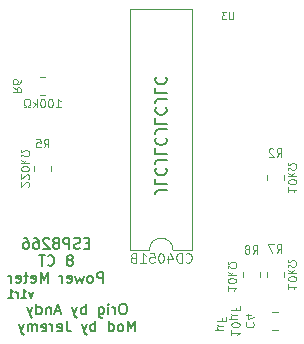
<source format=gbo>
G04 #@! TF.GenerationSoftware,KiCad,Pcbnew,(6.0.10-0)*
G04 #@! TF.CreationDate,2023-01-01T02:05:10-05:00*
G04 #@! TF.ProjectId,8CT-PowerMeter,3843542d-506f-4776-9572-4d657465722e,rev?*
G04 #@! TF.SameCoordinates,Original*
G04 #@! TF.FileFunction,Legend,Bot*
G04 #@! TF.FilePolarity,Positive*
%FSLAX46Y46*%
G04 Gerber Fmt 4.6, Leading zero omitted, Abs format (unit mm)*
G04 Created by KiCad (PCBNEW (6.0.10-0)) date 2023-01-01 02:05:10*
%MOMM*%
%LPD*%
G01*
G04 APERTURE LIST*
%ADD10C,0.150000*%
%ADD11C,0.130000*%
%ADD12C,0.120000*%
%ADD13C,0.100000*%
G04 APERTURE END LIST*
D10*
X150547619Y-83619047D02*
X149833333Y-83619047D01*
X149690476Y-83666666D01*
X149595238Y-83761904D01*
X149547619Y-83904761D01*
X149547619Y-84000000D01*
X149547619Y-82666666D02*
X149547619Y-83142857D01*
X150547619Y-83142857D01*
X149642857Y-81761904D02*
X149595238Y-81809523D01*
X149547619Y-81952380D01*
X149547619Y-82047619D01*
X149595238Y-82190476D01*
X149690476Y-82285714D01*
X149785714Y-82333333D01*
X149976190Y-82380952D01*
X150119047Y-82380952D01*
X150309523Y-82333333D01*
X150404761Y-82285714D01*
X150500000Y-82190476D01*
X150547619Y-82047619D01*
X150547619Y-81952380D01*
X150500000Y-81809523D01*
X150452380Y-81761904D01*
X150547619Y-81047619D02*
X149833333Y-81047619D01*
X149690476Y-81095238D01*
X149595238Y-81190476D01*
X149547619Y-81333333D01*
X149547619Y-81428571D01*
X149547619Y-80095238D02*
X149547619Y-80571428D01*
X150547619Y-80571428D01*
X149642857Y-79190476D02*
X149595238Y-79238095D01*
X149547619Y-79380952D01*
X149547619Y-79476190D01*
X149595238Y-79619047D01*
X149690476Y-79714285D01*
X149785714Y-79761904D01*
X149976190Y-79809523D01*
X150119047Y-79809523D01*
X150309523Y-79761904D01*
X150404761Y-79714285D01*
X150500000Y-79619047D01*
X150547619Y-79476190D01*
X150547619Y-79380952D01*
X150500000Y-79238095D01*
X150452380Y-79190476D01*
X150547619Y-78476190D02*
X149833333Y-78476190D01*
X149690476Y-78523809D01*
X149595238Y-78619047D01*
X149547619Y-78761904D01*
X149547619Y-78857142D01*
X149547619Y-77523809D02*
X149547619Y-78000000D01*
X150547619Y-78000000D01*
X149642857Y-76619047D02*
X149595238Y-76666666D01*
X149547619Y-76809523D01*
X149547619Y-76904761D01*
X149595238Y-77047619D01*
X149690476Y-77142857D01*
X149785714Y-77190476D01*
X149976190Y-77238095D01*
X150119047Y-77238095D01*
X150309523Y-77190476D01*
X150404761Y-77142857D01*
X150500000Y-77047619D01*
X150547619Y-76904761D01*
X150547619Y-76809523D01*
X150500000Y-76666666D01*
X150452380Y-76619047D01*
X150547619Y-75904761D02*
X149833333Y-75904761D01*
X149690476Y-75952380D01*
X149595238Y-76047619D01*
X149547619Y-76190476D01*
X149547619Y-76285714D01*
X149547619Y-74952380D02*
X149547619Y-75428571D01*
X150547619Y-75428571D01*
X149642857Y-74047619D02*
X149595238Y-74095238D01*
X149547619Y-74238095D01*
X149547619Y-74333333D01*
X149595238Y-74476190D01*
X149690476Y-74571428D01*
X149785714Y-74619047D01*
X149976190Y-74666666D01*
X150119047Y-74666666D01*
X150309523Y-74619047D01*
X150404761Y-74571428D01*
X150500000Y-74476190D01*
X150547619Y-74333333D01*
X150547619Y-74238095D01*
X150500000Y-74095238D01*
X150452380Y-74047619D01*
X146918285Y-93232642D02*
X146746857Y-93232642D01*
X146661142Y-93275500D01*
X146575428Y-93361214D01*
X146532571Y-93532642D01*
X146532571Y-93832642D01*
X146575428Y-94004071D01*
X146661142Y-94089785D01*
X146746857Y-94132642D01*
X146918285Y-94132642D01*
X147004000Y-94089785D01*
X147089714Y-94004071D01*
X147132571Y-93832642D01*
X147132571Y-93532642D01*
X147089714Y-93361214D01*
X147004000Y-93275500D01*
X146918285Y-93232642D01*
X146146857Y-94132642D02*
X146146857Y-93532642D01*
X146146857Y-93704071D02*
X146104000Y-93618357D01*
X146061142Y-93575500D01*
X145975428Y-93532642D01*
X145889714Y-93532642D01*
X145589714Y-94132642D02*
X145589714Y-93532642D01*
X145589714Y-93232642D02*
X145632571Y-93275500D01*
X145589714Y-93318357D01*
X145546857Y-93275500D01*
X145589714Y-93232642D01*
X145589714Y-93318357D01*
X144775428Y-93532642D02*
X144775428Y-94261214D01*
X144818285Y-94346928D01*
X144861142Y-94389785D01*
X144946857Y-94432642D01*
X145075428Y-94432642D01*
X145161142Y-94389785D01*
X144775428Y-94089785D02*
X144861142Y-94132642D01*
X145032571Y-94132642D01*
X145118285Y-94089785D01*
X145161142Y-94046928D01*
X145204000Y-93961214D01*
X145204000Y-93704071D01*
X145161142Y-93618357D01*
X145118285Y-93575500D01*
X145032571Y-93532642D01*
X144861142Y-93532642D01*
X144775428Y-93575500D01*
X143661142Y-94132642D02*
X143661142Y-93232642D01*
X143661142Y-93575500D02*
X143575428Y-93532642D01*
X143404000Y-93532642D01*
X143318285Y-93575500D01*
X143275428Y-93618357D01*
X143232571Y-93704071D01*
X143232571Y-93961214D01*
X143275428Y-94046928D01*
X143318285Y-94089785D01*
X143404000Y-94132642D01*
X143575428Y-94132642D01*
X143661142Y-94089785D01*
X142932571Y-93532642D02*
X142718285Y-94132642D01*
X142504000Y-93532642D02*
X142718285Y-94132642D01*
X142804000Y-94346928D01*
X142846857Y-94389785D01*
X142932571Y-94432642D01*
X141518285Y-93875500D02*
X141089714Y-93875500D01*
X141604000Y-94132642D02*
X141304000Y-93232642D01*
X141004000Y-94132642D01*
X140704000Y-93532642D02*
X140704000Y-94132642D01*
X140704000Y-93618357D02*
X140661142Y-93575500D01*
X140575428Y-93532642D01*
X140446857Y-93532642D01*
X140361142Y-93575500D01*
X140318285Y-93661214D01*
X140318285Y-94132642D01*
X139504000Y-94132642D02*
X139504000Y-93232642D01*
X139504000Y-94089785D02*
X139589714Y-94132642D01*
X139761142Y-94132642D01*
X139846857Y-94089785D01*
X139889714Y-94046928D01*
X139932571Y-93961214D01*
X139932571Y-93704071D01*
X139889714Y-93618357D01*
X139846857Y-93575500D01*
X139761142Y-93532642D01*
X139589714Y-93532642D01*
X139504000Y-93575500D01*
X139161142Y-93532642D02*
X138946857Y-94132642D01*
X138732571Y-93532642D02*
X138946857Y-94132642D01*
X139032571Y-94346928D01*
X139075428Y-94389785D01*
X139161142Y-94432642D01*
X147839714Y-95581642D02*
X147839714Y-94681642D01*
X147539714Y-95324500D01*
X147239714Y-94681642D01*
X147239714Y-95581642D01*
X146682571Y-95581642D02*
X146768285Y-95538785D01*
X146811142Y-95495928D01*
X146854000Y-95410214D01*
X146854000Y-95153071D01*
X146811142Y-95067357D01*
X146768285Y-95024500D01*
X146682571Y-94981642D01*
X146554000Y-94981642D01*
X146468285Y-95024500D01*
X146425428Y-95067357D01*
X146382571Y-95153071D01*
X146382571Y-95410214D01*
X146425428Y-95495928D01*
X146468285Y-95538785D01*
X146554000Y-95581642D01*
X146682571Y-95581642D01*
X145611142Y-95581642D02*
X145611142Y-94681642D01*
X145611142Y-95538785D02*
X145696857Y-95581642D01*
X145868285Y-95581642D01*
X145954000Y-95538785D01*
X145996857Y-95495928D01*
X146039714Y-95410214D01*
X146039714Y-95153071D01*
X145996857Y-95067357D01*
X145954000Y-95024500D01*
X145868285Y-94981642D01*
X145696857Y-94981642D01*
X145611142Y-95024500D01*
X144496857Y-95581642D02*
X144496857Y-94681642D01*
X144496857Y-95024500D02*
X144411142Y-94981642D01*
X144239714Y-94981642D01*
X144154000Y-95024500D01*
X144111142Y-95067357D01*
X144068285Y-95153071D01*
X144068285Y-95410214D01*
X144111142Y-95495928D01*
X144154000Y-95538785D01*
X144239714Y-95581642D01*
X144411142Y-95581642D01*
X144496857Y-95538785D01*
X143768285Y-94981642D02*
X143554000Y-95581642D01*
X143339714Y-94981642D02*
X143554000Y-95581642D01*
X143639714Y-95795928D01*
X143682571Y-95838785D01*
X143768285Y-95881642D01*
X142054000Y-94681642D02*
X142054000Y-95324500D01*
X142096857Y-95453071D01*
X142182571Y-95538785D01*
X142311142Y-95581642D01*
X142396857Y-95581642D01*
X141282571Y-95538785D02*
X141368285Y-95581642D01*
X141539714Y-95581642D01*
X141625428Y-95538785D01*
X141668285Y-95453071D01*
X141668285Y-95110214D01*
X141625428Y-95024500D01*
X141539714Y-94981642D01*
X141368285Y-94981642D01*
X141282571Y-95024500D01*
X141239714Y-95110214D01*
X141239714Y-95195928D01*
X141668285Y-95281642D01*
X140854000Y-95581642D02*
X140854000Y-94981642D01*
X140854000Y-95153071D02*
X140811142Y-95067357D01*
X140768285Y-95024500D01*
X140682571Y-94981642D01*
X140596857Y-94981642D01*
X139954000Y-95538785D02*
X140039714Y-95581642D01*
X140211142Y-95581642D01*
X140296857Y-95538785D01*
X140339714Y-95453071D01*
X140339714Y-95110214D01*
X140296857Y-95024500D01*
X140211142Y-94981642D01*
X140039714Y-94981642D01*
X139954000Y-95024500D01*
X139911142Y-95110214D01*
X139911142Y-95195928D01*
X140339714Y-95281642D01*
X139525428Y-95581642D02*
X139525428Y-94981642D01*
X139525428Y-95067357D02*
X139482571Y-95024500D01*
X139396857Y-94981642D01*
X139268285Y-94981642D01*
X139182571Y-95024500D01*
X139139714Y-95110214D01*
X139139714Y-95581642D01*
X139139714Y-95110214D02*
X139096857Y-95024500D01*
X139011142Y-94981642D01*
X138882571Y-94981642D01*
X138796857Y-95024500D01*
X138754000Y-95110214D01*
X138754000Y-95581642D01*
X138411142Y-94981642D02*
X138196857Y-95581642D01*
X137982571Y-94981642D02*
X138196857Y-95581642D01*
X138282571Y-95795928D01*
X138325428Y-95838785D01*
X138411142Y-95881642D01*
D11*
X139178000Y-92268000D02*
X139011333Y-92734666D01*
X138844666Y-92268000D01*
X138211333Y-92734666D02*
X138611333Y-92734666D01*
X138411333Y-92734666D02*
X138411333Y-92034666D01*
X138478000Y-92134666D01*
X138544666Y-92201333D01*
X138611333Y-92234666D01*
X137911333Y-92734666D02*
X137911333Y-92268000D01*
X137911333Y-92401333D02*
X137878000Y-92334666D01*
X137844666Y-92301333D01*
X137778000Y-92268000D01*
X137711333Y-92268000D01*
X137111333Y-92734666D02*
X137511333Y-92734666D01*
X137311333Y-92734666D02*
X137311333Y-92034666D01*
X137378000Y-92134666D01*
X137444666Y-92201333D01*
X137511333Y-92234666D01*
D10*
X143961714Y-88110714D02*
X143661714Y-88110714D01*
X143533142Y-88582142D02*
X143961714Y-88582142D01*
X143961714Y-87682142D01*
X143533142Y-87682142D01*
X143190285Y-88539285D02*
X143061714Y-88582142D01*
X142847428Y-88582142D01*
X142761714Y-88539285D01*
X142718857Y-88496428D01*
X142676000Y-88410714D01*
X142676000Y-88325000D01*
X142718857Y-88239285D01*
X142761714Y-88196428D01*
X142847428Y-88153571D01*
X143018857Y-88110714D01*
X143104571Y-88067857D01*
X143147428Y-88025000D01*
X143190285Y-87939285D01*
X143190285Y-87853571D01*
X143147428Y-87767857D01*
X143104571Y-87725000D01*
X143018857Y-87682142D01*
X142804571Y-87682142D01*
X142676000Y-87725000D01*
X142290285Y-88582142D02*
X142290285Y-87682142D01*
X141947428Y-87682142D01*
X141861714Y-87725000D01*
X141818857Y-87767857D01*
X141776000Y-87853571D01*
X141776000Y-87982142D01*
X141818857Y-88067857D01*
X141861714Y-88110714D01*
X141947428Y-88153571D01*
X142290285Y-88153571D01*
X141261714Y-88067857D02*
X141347428Y-88025000D01*
X141390285Y-87982142D01*
X141433142Y-87896428D01*
X141433142Y-87853571D01*
X141390285Y-87767857D01*
X141347428Y-87725000D01*
X141261714Y-87682142D01*
X141090285Y-87682142D01*
X141004571Y-87725000D01*
X140961714Y-87767857D01*
X140918857Y-87853571D01*
X140918857Y-87896428D01*
X140961714Y-87982142D01*
X141004571Y-88025000D01*
X141090285Y-88067857D01*
X141261714Y-88067857D01*
X141347428Y-88110714D01*
X141390285Y-88153571D01*
X141433142Y-88239285D01*
X141433142Y-88410714D01*
X141390285Y-88496428D01*
X141347428Y-88539285D01*
X141261714Y-88582142D01*
X141090285Y-88582142D01*
X141004571Y-88539285D01*
X140961714Y-88496428D01*
X140918857Y-88410714D01*
X140918857Y-88239285D01*
X140961714Y-88153571D01*
X141004571Y-88110714D01*
X141090285Y-88067857D01*
X140576000Y-87767857D02*
X140533142Y-87725000D01*
X140447428Y-87682142D01*
X140233142Y-87682142D01*
X140147428Y-87725000D01*
X140104571Y-87767857D01*
X140061714Y-87853571D01*
X140061714Y-87939285D01*
X140104571Y-88067857D01*
X140618857Y-88582142D01*
X140061714Y-88582142D01*
X139290285Y-87682142D02*
X139461714Y-87682142D01*
X139547428Y-87725000D01*
X139590285Y-87767857D01*
X139676000Y-87896428D01*
X139718857Y-88067857D01*
X139718857Y-88410714D01*
X139676000Y-88496428D01*
X139633142Y-88539285D01*
X139547428Y-88582142D01*
X139376000Y-88582142D01*
X139290285Y-88539285D01*
X139247428Y-88496428D01*
X139204571Y-88410714D01*
X139204571Y-88196428D01*
X139247428Y-88110714D01*
X139290285Y-88067857D01*
X139376000Y-88025000D01*
X139547428Y-88025000D01*
X139633142Y-88067857D01*
X139676000Y-88110714D01*
X139718857Y-88196428D01*
X138433142Y-87682142D02*
X138604571Y-87682142D01*
X138690285Y-87725000D01*
X138733142Y-87767857D01*
X138818857Y-87896428D01*
X138861714Y-88067857D01*
X138861714Y-88410714D01*
X138818857Y-88496428D01*
X138776000Y-88539285D01*
X138690285Y-88582142D01*
X138518857Y-88582142D01*
X138433142Y-88539285D01*
X138390285Y-88496428D01*
X138347428Y-88410714D01*
X138347428Y-88196428D01*
X138390285Y-88110714D01*
X138433142Y-88067857D01*
X138518857Y-88025000D01*
X138690285Y-88025000D01*
X138776000Y-88067857D01*
X138818857Y-88110714D01*
X138861714Y-88196428D01*
X142397428Y-89516857D02*
X142483142Y-89474000D01*
X142526000Y-89431142D01*
X142568857Y-89345428D01*
X142568857Y-89302571D01*
X142526000Y-89216857D01*
X142483142Y-89174000D01*
X142397428Y-89131142D01*
X142226000Y-89131142D01*
X142140285Y-89174000D01*
X142097428Y-89216857D01*
X142054571Y-89302571D01*
X142054571Y-89345428D01*
X142097428Y-89431142D01*
X142140285Y-89474000D01*
X142226000Y-89516857D01*
X142397428Y-89516857D01*
X142483142Y-89559714D01*
X142526000Y-89602571D01*
X142568857Y-89688285D01*
X142568857Y-89859714D01*
X142526000Y-89945428D01*
X142483142Y-89988285D01*
X142397428Y-90031142D01*
X142226000Y-90031142D01*
X142140285Y-89988285D01*
X142097428Y-89945428D01*
X142054571Y-89859714D01*
X142054571Y-89688285D01*
X142097428Y-89602571D01*
X142140285Y-89559714D01*
X142226000Y-89516857D01*
X140468857Y-89945428D02*
X140511714Y-89988285D01*
X140640285Y-90031142D01*
X140726000Y-90031142D01*
X140854571Y-89988285D01*
X140940285Y-89902571D01*
X140983142Y-89816857D01*
X141026000Y-89645428D01*
X141026000Y-89516857D01*
X140983142Y-89345428D01*
X140940285Y-89259714D01*
X140854571Y-89174000D01*
X140726000Y-89131142D01*
X140640285Y-89131142D01*
X140511714Y-89174000D01*
X140468857Y-89216857D01*
X140211714Y-89131142D02*
X139697428Y-89131142D01*
X139954571Y-90031142D02*
X139954571Y-89131142D01*
X145118857Y-91480142D02*
X145118857Y-90580142D01*
X144776000Y-90580142D01*
X144690285Y-90623000D01*
X144647428Y-90665857D01*
X144604571Y-90751571D01*
X144604571Y-90880142D01*
X144647428Y-90965857D01*
X144690285Y-91008714D01*
X144776000Y-91051571D01*
X145118857Y-91051571D01*
X144090285Y-91480142D02*
X144176000Y-91437285D01*
X144218857Y-91394428D01*
X144261714Y-91308714D01*
X144261714Y-91051571D01*
X144218857Y-90965857D01*
X144176000Y-90923000D01*
X144090285Y-90880142D01*
X143961714Y-90880142D01*
X143876000Y-90923000D01*
X143833142Y-90965857D01*
X143790285Y-91051571D01*
X143790285Y-91308714D01*
X143833142Y-91394428D01*
X143876000Y-91437285D01*
X143961714Y-91480142D01*
X144090285Y-91480142D01*
X143490285Y-90880142D02*
X143318857Y-91480142D01*
X143147428Y-91051571D01*
X142976000Y-91480142D01*
X142804571Y-90880142D01*
X142118857Y-91437285D02*
X142204571Y-91480142D01*
X142376000Y-91480142D01*
X142461714Y-91437285D01*
X142504571Y-91351571D01*
X142504571Y-91008714D01*
X142461714Y-90923000D01*
X142376000Y-90880142D01*
X142204571Y-90880142D01*
X142118857Y-90923000D01*
X142076000Y-91008714D01*
X142076000Y-91094428D01*
X142504571Y-91180142D01*
X141690285Y-91480142D02*
X141690285Y-90880142D01*
X141690285Y-91051571D02*
X141647428Y-90965857D01*
X141604571Y-90923000D01*
X141518857Y-90880142D01*
X141433142Y-90880142D01*
X140447428Y-91480142D02*
X140447428Y-90580142D01*
X140147428Y-91223000D01*
X139847428Y-90580142D01*
X139847428Y-91480142D01*
X139076000Y-91437285D02*
X139161714Y-91480142D01*
X139333142Y-91480142D01*
X139418857Y-91437285D01*
X139461714Y-91351571D01*
X139461714Y-91008714D01*
X139418857Y-90923000D01*
X139333142Y-90880142D01*
X139161714Y-90880142D01*
X139076000Y-90923000D01*
X139033142Y-91008714D01*
X139033142Y-91094428D01*
X139461714Y-91180142D01*
X138776000Y-90880142D02*
X138433142Y-90880142D01*
X138647428Y-90580142D02*
X138647428Y-91351571D01*
X138604571Y-91437285D01*
X138518857Y-91480142D01*
X138433142Y-91480142D01*
X137790285Y-91437285D02*
X137876000Y-91480142D01*
X138047428Y-91480142D01*
X138133142Y-91437285D01*
X138176000Y-91351571D01*
X138176000Y-91008714D01*
X138133142Y-90923000D01*
X138047428Y-90880142D01*
X137876000Y-90880142D01*
X137790285Y-90923000D01*
X137747428Y-91008714D01*
X137747428Y-91094428D01*
X138176000Y-91180142D01*
X137361714Y-91480142D02*
X137361714Y-90880142D01*
X137361714Y-91051571D02*
X137318857Y-90965857D01*
X137276000Y-90923000D01*
X137190285Y-90880142D01*
X137104571Y-90880142D01*
D12*
X159834666Y-80791666D02*
X160068000Y-80458333D01*
X160234666Y-80791666D02*
X160234666Y-80091666D01*
X159968000Y-80091666D01*
X159901333Y-80125000D01*
X159868000Y-80158333D01*
X159834666Y-80225000D01*
X159834666Y-80325000D01*
X159868000Y-80391666D01*
X159901333Y-80425000D01*
X159968000Y-80458333D01*
X160234666Y-80458333D01*
X159568000Y-80158333D02*
X159534666Y-80125000D01*
X159468000Y-80091666D01*
X159301333Y-80091666D01*
X159234666Y-80125000D01*
X159201333Y-80158333D01*
X159168000Y-80225000D01*
X159168000Y-80291666D01*
X159201333Y-80391666D01*
X159601333Y-80791666D01*
X159168000Y-80791666D01*
X160801333Y-83391666D02*
X160801333Y-83791666D01*
X160801333Y-83591666D02*
X161501333Y-83591666D01*
X161401333Y-83658333D01*
X161334666Y-83725000D01*
X161301333Y-83791666D01*
X161501333Y-82958333D02*
X161501333Y-82891666D01*
X161468000Y-82825000D01*
X161434666Y-82791666D01*
X161368000Y-82758333D01*
X161234666Y-82725000D01*
X161068000Y-82725000D01*
X160934666Y-82758333D01*
X160868000Y-82791666D01*
X160834666Y-82825000D01*
X160801333Y-82891666D01*
X160801333Y-82958333D01*
X160834666Y-83025000D01*
X160868000Y-83058333D01*
X160934666Y-83091666D01*
X161068000Y-83125000D01*
X161234666Y-83125000D01*
X161368000Y-83091666D01*
X161434666Y-83058333D01*
X161468000Y-83025000D01*
X161501333Y-82958333D01*
X160801333Y-82425000D02*
X161501333Y-82425000D01*
X161068000Y-82358333D02*
X160801333Y-82158333D01*
X161268000Y-82158333D02*
X161001333Y-82425000D01*
X160801333Y-81891666D02*
X160801333Y-81725000D01*
X160934666Y-81725000D01*
X160968000Y-81791666D01*
X161034666Y-81858333D01*
X161134666Y-81891666D01*
X161301333Y-81891666D01*
X161401333Y-81858333D01*
X161468000Y-81791666D01*
X161501333Y-81691666D01*
X161501333Y-81558333D01*
X161468000Y-81458333D01*
X161401333Y-81391666D01*
X161301333Y-81358333D01*
X161134666Y-81358333D01*
X161034666Y-81391666D01*
X160968000Y-81458333D01*
X160934666Y-81525000D01*
X160801333Y-81525000D01*
X160801333Y-81358333D01*
X140116666Y-80016666D02*
X140350000Y-79683333D01*
X140516666Y-80016666D02*
X140516666Y-79316666D01*
X140250000Y-79316666D01*
X140183333Y-79350000D01*
X140150000Y-79383333D01*
X140116666Y-79450000D01*
X140116666Y-79550000D01*
X140150000Y-79616666D01*
X140183333Y-79650000D01*
X140250000Y-79683333D01*
X140516666Y-79683333D01*
X139483333Y-79316666D02*
X139816666Y-79316666D01*
X139850000Y-79650000D01*
X139816666Y-79616666D01*
X139750000Y-79583333D01*
X139583333Y-79583333D01*
X139516666Y-79616666D01*
X139483333Y-79650000D01*
X139450000Y-79716666D01*
X139450000Y-79883333D01*
X139483333Y-79950000D01*
X139516666Y-79983333D01*
X139583333Y-80016666D01*
X139750000Y-80016666D01*
X139816666Y-79983333D01*
X139850000Y-79950000D01*
X138816666Y-83350000D02*
X138850000Y-83316666D01*
X138883333Y-83250000D01*
X138883333Y-83083333D01*
X138850000Y-83016666D01*
X138816666Y-82983333D01*
X138750000Y-82950000D01*
X138683333Y-82950000D01*
X138583333Y-82983333D01*
X138183333Y-83383333D01*
X138183333Y-82950000D01*
X138816666Y-82683333D02*
X138850000Y-82650000D01*
X138883333Y-82583333D01*
X138883333Y-82416666D01*
X138850000Y-82350000D01*
X138816666Y-82316666D01*
X138750000Y-82283333D01*
X138683333Y-82283333D01*
X138583333Y-82316666D01*
X138183333Y-82716666D01*
X138183333Y-82283333D01*
X138883333Y-81850000D02*
X138883333Y-81783333D01*
X138850000Y-81716666D01*
X138816666Y-81683333D01*
X138750000Y-81650000D01*
X138616666Y-81616666D01*
X138450000Y-81616666D01*
X138316666Y-81650000D01*
X138250000Y-81683333D01*
X138216666Y-81716666D01*
X138183333Y-81783333D01*
X138183333Y-81850000D01*
X138216666Y-81916666D01*
X138250000Y-81950000D01*
X138316666Y-81983333D01*
X138450000Y-82016666D01*
X138616666Y-82016666D01*
X138750000Y-81983333D01*
X138816666Y-81950000D01*
X138850000Y-81916666D01*
X138883333Y-81850000D01*
X138183333Y-81316666D02*
X138883333Y-81316666D01*
X138450000Y-81250000D02*
X138183333Y-81050000D01*
X138650000Y-81050000D02*
X138383333Y-81316666D01*
X138183333Y-80783333D02*
X138183333Y-80616666D01*
X138316666Y-80616666D01*
X138350000Y-80683333D01*
X138416666Y-80750000D01*
X138516666Y-80783333D01*
X138683333Y-80783333D01*
X138783333Y-80750000D01*
X138850000Y-80683333D01*
X138883333Y-80583333D01*
X138883333Y-80450000D01*
X138850000Y-80350000D01*
X138783333Y-80283333D01*
X138683333Y-80250000D01*
X138516666Y-80250000D01*
X138416666Y-80283333D01*
X138350000Y-80350000D01*
X138316666Y-80416666D01*
X138183333Y-80416666D01*
X138183333Y-80250000D01*
X137483333Y-74916666D02*
X137816666Y-75150000D01*
X137483333Y-75316666D02*
X138183333Y-75316666D01*
X138183333Y-75050000D01*
X138150000Y-74983333D01*
X138116666Y-74950000D01*
X138050000Y-74916666D01*
X137950000Y-74916666D01*
X137883333Y-74950000D01*
X137850000Y-74983333D01*
X137816666Y-75050000D01*
X137816666Y-75316666D01*
X138183333Y-74316666D02*
X138183333Y-74450000D01*
X138150000Y-74516666D01*
X138116666Y-74550000D01*
X138016666Y-74616666D01*
X137883333Y-74650000D01*
X137616666Y-74650000D01*
X137550000Y-74616666D01*
X137516666Y-74583333D01*
X137483333Y-74516666D01*
X137483333Y-74383333D01*
X137516666Y-74316666D01*
X137550000Y-74283333D01*
X137616666Y-74250000D01*
X137783333Y-74250000D01*
X137850000Y-74283333D01*
X137883333Y-74316666D01*
X137916666Y-74383333D01*
X137916666Y-74516666D01*
X137883333Y-74583333D01*
X137850000Y-74616666D01*
X137783333Y-74650000D01*
X141150000Y-76616666D02*
X141550000Y-76616666D01*
X141350000Y-76616666D02*
X141350000Y-75916666D01*
X141416666Y-76016666D01*
X141483333Y-76083333D01*
X141550000Y-76116666D01*
X140716666Y-75916666D02*
X140650000Y-75916666D01*
X140583333Y-75950000D01*
X140550000Y-75983333D01*
X140516666Y-76050000D01*
X140483333Y-76183333D01*
X140483333Y-76350000D01*
X140516666Y-76483333D01*
X140550000Y-76550000D01*
X140583333Y-76583333D01*
X140650000Y-76616666D01*
X140716666Y-76616666D01*
X140783333Y-76583333D01*
X140816666Y-76550000D01*
X140850000Y-76483333D01*
X140883333Y-76350000D01*
X140883333Y-76183333D01*
X140850000Y-76050000D01*
X140816666Y-75983333D01*
X140783333Y-75950000D01*
X140716666Y-75916666D01*
X140050000Y-75916666D02*
X139983333Y-75916666D01*
X139916666Y-75950000D01*
X139883333Y-75983333D01*
X139850000Y-76050000D01*
X139816666Y-76183333D01*
X139816666Y-76350000D01*
X139850000Y-76483333D01*
X139883333Y-76550000D01*
X139916666Y-76583333D01*
X139983333Y-76616666D01*
X140050000Y-76616666D01*
X140116666Y-76583333D01*
X140150000Y-76550000D01*
X140183333Y-76483333D01*
X140216666Y-76350000D01*
X140216666Y-76183333D01*
X140183333Y-76050000D01*
X140150000Y-75983333D01*
X140116666Y-75950000D01*
X140050000Y-75916666D01*
X139516666Y-76616666D02*
X139516666Y-75916666D01*
X139450000Y-76350000D02*
X139250000Y-76616666D01*
X139250000Y-76150000D02*
X139516666Y-76416666D01*
X138983333Y-76616666D02*
X138816666Y-76616666D01*
X138816666Y-76483333D01*
X138883333Y-76450000D01*
X138950000Y-76383333D01*
X138983333Y-76283333D01*
X138983333Y-76116666D01*
X138950000Y-76016666D01*
X138883333Y-75950000D01*
X138783333Y-75916666D01*
X138650000Y-75916666D01*
X138550000Y-75950000D01*
X138483333Y-76016666D01*
X138450000Y-76116666D01*
X138450000Y-76283333D01*
X138483333Y-76383333D01*
X138550000Y-76450000D01*
X138616666Y-76483333D01*
X138616666Y-76616666D01*
X138450000Y-76616666D01*
X157802666Y-89007166D02*
X158036000Y-88673833D01*
X158202666Y-89007166D02*
X158202666Y-88307166D01*
X157936000Y-88307166D01*
X157869333Y-88340500D01*
X157836000Y-88373833D01*
X157802666Y-88440500D01*
X157802666Y-88540500D01*
X157836000Y-88607166D01*
X157869333Y-88640500D01*
X157936000Y-88673833D01*
X158202666Y-88673833D01*
X157402666Y-88607166D02*
X157469333Y-88573833D01*
X157502666Y-88540500D01*
X157536000Y-88473833D01*
X157536000Y-88440500D01*
X157502666Y-88373833D01*
X157469333Y-88340500D01*
X157402666Y-88307166D01*
X157269333Y-88307166D01*
X157202666Y-88340500D01*
X157169333Y-88373833D01*
X157136000Y-88440500D01*
X157136000Y-88473833D01*
X157169333Y-88540500D01*
X157202666Y-88573833D01*
X157269333Y-88607166D01*
X157402666Y-88607166D01*
X157469333Y-88640500D01*
X157502666Y-88673833D01*
X157536000Y-88740500D01*
X157536000Y-88873833D01*
X157502666Y-88940500D01*
X157469333Y-88973833D01*
X157402666Y-89007166D01*
X157269333Y-89007166D01*
X157202666Y-88973833D01*
X157169333Y-88940500D01*
X157136000Y-88873833D01*
X157136000Y-88740500D01*
X157169333Y-88673833D01*
X157202666Y-88640500D01*
X157269333Y-88607166D01*
X155701333Y-91757666D02*
X155701333Y-92157666D01*
X155701333Y-91957666D02*
X156401333Y-91957666D01*
X156301333Y-92024333D01*
X156234666Y-92091000D01*
X156201333Y-92157666D01*
X156401333Y-91324333D02*
X156401333Y-91257666D01*
X156368000Y-91191000D01*
X156334666Y-91157666D01*
X156268000Y-91124333D01*
X156134666Y-91091000D01*
X155968000Y-91091000D01*
X155834666Y-91124333D01*
X155768000Y-91157666D01*
X155734666Y-91191000D01*
X155701333Y-91257666D01*
X155701333Y-91324333D01*
X155734666Y-91391000D01*
X155768000Y-91424333D01*
X155834666Y-91457666D01*
X155968000Y-91491000D01*
X156134666Y-91491000D01*
X156268000Y-91457666D01*
X156334666Y-91424333D01*
X156368000Y-91391000D01*
X156401333Y-91324333D01*
X155701333Y-90791000D02*
X156401333Y-90791000D01*
X155968000Y-90724333D02*
X155701333Y-90524333D01*
X156168000Y-90524333D02*
X155901333Y-90791000D01*
X155701333Y-90257666D02*
X155701333Y-90091000D01*
X155834666Y-90091000D01*
X155868000Y-90157666D01*
X155934666Y-90224333D01*
X156034666Y-90257666D01*
X156201333Y-90257666D01*
X156301333Y-90224333D01*
X156368000Y-90157666D01*
X156401333Y-90057666D01*
X156401333Y-89924333D01*
X156368000Y-89824333D01*
X156301333Y-89757666D01*
X156201333Y-89724333D01*
X156034666Y-89724333D01*
X155934666Y-89757666D01*
X155868000Y-89824333D01*
X155834666Y-89891000D01*
X155701333Y-89891000D01*
X155701333Y-89724333D01*
X159834666Y-88924666D02*
X160068000Y-88591333D01*
X160234666Y-88924666D02*
X160234666Y-88224666D01*
X159968000Y-88224666D01*
X159901333Y-88258000D01*
X159868000Y-88291333D01*
X159834666Y-88358000D01*
X159834666Y-88458000D01*
X159868000Y-88524666D01*
X159901333Y-88558000D01*
X159968000Y-88591333D01*
X160234666Y-88591333D01*
X159601333Y-88224666D02*
X159134666Y-88224666D01*
X159434666Y-88924666D01*
X160801333Y-91607166D02*
X160801333Y-92007166D01*
X160801333Y-91807166D02*
X161501333Y-91807166D01*
X161401333Y-91873833D01*
X161334666Y-91940500D01*
X161301333Y-92007166D01*
X161501333Y-91173833D02*
X161501333Y-91107166D01*
X161468000Y-91040500D01*
X161434666Y-91007166D01*
X161368000Y-90973833D01*
X161234666Y-90940500D01*
X161068000Y-90940500D01*
X160934666Y-90973833D01*
X160868000Y-91007166D01*
X160834666Y-91040500D01*
X160801333Y-91107166D01*
X160801333Y-91173833D01*
X160834666Y-91240500D01*
X160868000Y-91273833D01*
X160934666Y-91307166D01*
X161068000Y-91340500D01*
X161234666Y-91340500D01*
X161368000Y-91307166D01*
X161434666Y-91273833D01*
X161468000Y-91240500D01*
X161501333Y-91173833D01*
X160801333Y-90640500D02*
X161501333Y-90640500D01*
X161068000Y-90573833D02*
X160801333Y-90373833D01*
X161268000Y-90373833D02*
X161001333Y-90640500D01*
X160801333Y-90107166D02*
X160801333Y-89940500D01*
X160934666Y-89940500D01*
X160968000Y-90007166D01*
X161034666Y-90073833D01*
X161134666Y-90107166D01*
X161301333Y-90107166D01*
X161401333Y-90073833D01*
X161468000Y-90007166D01*
X161501333Y-89907166D01*
X161501333Y-89773833D01*
X161468000Y-89673833D01*
X161401333Y-89607166D01*
X161301333Y-89573833D01*
X161134666Y-89573833D01*
X161034666Y-89607166D01*
X160968000Y-89673833D01*
X160934666Y-89740500D01*
X160801333Y-89740500D01*
X160801333Y-89573833D01*
D13*
X156157142Y-68571428D02*
X156157142Y-69057142D01*
X156128571Y-69114285D01*
X156100000Y-69142857D01*
X156042857Y-69171428D01*
X155928571Y-69171428D01*
X155871428Y-69142857D01*
X155842857Y-69114285D01*
X155814285Y-69057142D01*
X155814285Y-68571428D01*
X155585714Y-68571428D02*
X155214285Y-68571428D01*
X155414285Y-68800000D01*
X155328571Y-68800000D01*
X155271428Y-68828571D01*
X155242857Y-68857142D01*
X155214285Y-68914285D01*
X155214285Y-69057142D01*
X155242857Y-69114285D01*
X155271428Y-69142857D01*
X155328571Y-69171428D01*
X155500000Y-69171428D01*
X155557142Y-69142857D01*
X155585714Y-69114285D01*
D12*
X152136190Y-89685714D02*
X152174285Y-89723809D01*
X152288571Y-89761904D01*
X152364761Y-89761904D01*
X152479047Y-89723809D01*
X152555238Y-89647619D01*
X152593333Y-89571428D01*
X152631428Y-89419047D01*
X152631428Y-89304761D01*
X152593333Y-89152380D01*
X152555238Y-89076190D01*
X152479047Y-89000000D01*
X152364761Y-88961904D01*
X152288571Y-88961904D01*
X152174285Y-89000000D01*
X152136190Y-89038095D01*
X151793333Y-89761904D02*
X151793333Y-88961904D01*
X151602857Y-88961904D01*
X151488571Y-89000000D01*
X151412380Y-89076190D01*
X151374285Y-89152380D01*
X151336190Y-89304761D01*
X151336190Y-89419047D01*
X151374285Y-89571428D01*
X151412380Y-89647619D01*
X151488571Y-89723809D01*
X151602857Y-89761904D01*
X151793333Y-89761904D01*
X150650476Y-89228571D02*
X150650476Y-89761904D01*
X150840952Y-88923809D02*
X151031428Y-89495238D01*
X150536190Y-89495238D01*
X150079047Y-88961904D02*
X150002857Y-88961904D01*
X149926666Y-89000000D01*
X149888571Y-89038095D01*
X149850476Y-89114285D01*
X149812380Y-89266666D01*
X149812380Y-89457142D01*
X149850476Y-89609523D01*
X149888571Y-89685714D01*
X149926666Y-89723809D01*
X150002857Y-89761904D01*
X150079047Y-89761904D01*
X150155238Y-89723809D01*
X150193333Y-89685714D01*
X150231428Y-89609523D01*
X150269523Y-89457142D01*
X150269523Y-89266666D01*
X150231428Y-89114285D01*
X150193333Y-89038095D01*
X150155238Y-89000000D01*
X150079047Y-88961904D01*
X149088571Y-88961904D02*
X149469523Y-88961904D01*
X149507619Y-89342857D01*
X149469523Y-89304761D01*
X149393333Y-89266666D01*
X149202857Y-89266666D01*
X149126666Y-89304761D01*
X149088571Y-89342857D01*
X149050476Y-89419047D01*
X149050476Y-89609523D01*
X149088571Y-89685714D01*
X149126666Y-89723809D01*
X149202857Y-89761904D01*
X149393333Y-89761904D01*
X149469523Y-89723809D01*
X149507619Y-89685714D01*
X148288571Y-89761904D02*
X148745714Y-89761904D01*
X148517142Y-89761904D02*
X148517142Y-88961904D01*
X148593333Y-89076190D01*
X148669523Y-89152380D01*
X148745714Y-89190476D01*
X147679047Y-89342857D02*
X147564761Y-89380952D01*
X147526666Y-89419047D01*
X147488571Y-89495238D01*
X147488571Y-89609523D01*
X147526666Y-89685714D01*
X147564761Y-89723809D01*
X147640952Y-89761904D01*
X147945714Y-89761904D01*
X147945714Y-88961904D01*
X147679047Y-88961904D01*
X147602857Y-89000000D01*
X147564761Y-89038095D01*
X147526666Y-89114285D01*
X147526666Y-89190476D01*
X147564761Y-89266666D01*
X147602857Y-89304761D01*
X147679047Y-89342857D01*
X147945714Y-89342857D01*
X157268000Y-94820666D02*
X157234666Y-94854000D01*
X157201333Y-94954000D01*
X157201333Y-95020666D01*
X157234666Y-95120666D01*
X157301333Y-95187333D01*
X157368000Y-95220666D01*
X157501333Y-95254000D01*
X157601333Y-95254000D01*
X157734666Y-95220666D01*
X157801333Y-95187333D01*
X157868000Y-95120666D01*
X157901333Y-95020666D01*
X157901333Y-94954000D01*
X157868000Y-94854000D01*
X157834666Y-94820666D01*
X157668000Y-94220666D02*
X157201333Y-94220666D01*
X157934666Y-94387333D02*
X157434666Y-94554000D01*
X157434666Y-94120666D01*
X156001333Y-95504000D02*
X156001333Y-95904000D01*
X156001333Y-95704000D02*
X156701333Y-95704000D01*
X156601333Y-95770666D01*
X156534666Y-95837333D01*
X156501333Y-95904000D01*
X156701333Y-95070666D02*
X156701333Y-95004000D01*
X156668000Y-94937333D01*
X156634666Y-94904000D01*
X156568000Y-94870666D01*
X156434666Y-94837333D01*
X156268000Y-94837333D01*
X156134666Y-94870666D01*
X156068000Y-94904000D01*
X156034666Y-94937333D01*
X156001333Y-95004000D01*
X156001333Y-95070666D01*
X156034666Y-95137333D01*
X156068000Y-95170666D01*
X156134666Y-95204000D01*
X156268000Y-95237333D01*
X156434666Y-95237333D01*
X156568000Y-95204000D01*
X156634666Y-95170666D01*
X156668000Y-95137333D01*
X156701333Y-95070666D01*
X156468000Y-94537333D02*
X155768000Y-94537333D01*
X156101333Y-94204000D02*
X156034666Y-94170666D01*
X156001333Y-94104000D01*
X156101333Y-94537333D02*
X156034666Y-94504000D01*
X156001333Y-94437333D01*
X156001333Y-94304000D01*
X156034666Y-94237333D01*
X156101333Y-94204000D01*
X156468000Y-94204000D01*
X156368000Y-93570666D02*
X156368000Y-93804000D01*
X156001333Y-93804000D02*
X156701333Y-93804000D01*
X156701333Y-93470666D01*
X155296000Y-95458000D02*
X154596000Y-95458000D01*
X154929333Y-95124666D02*
X154862666Y-95091333D01*
X154829333Y-95024666D01*
X154929333Y-95458000D02*
X154862666Y-95424666D01*
X154829333Y-95358000D01*
X154829333Y-95224666D01*
X154862666Y-95158000D01*
X154929333Y-95124666D01*
X155296000Y-95124666D01*
X155196000Y-94491333D02*
X155196000Y-94724666D01*
X154829333Y-94724666D02*
X155529333Y-94724666D01*
X155529333Y-94391333D01*
X160453000Y-82802064D02*
X160453000Y-82347936D01*
X158983000Y-82802064D02*
X158983000Y-82347936D01*
X140735000Y-82027064D02*
X140735000Y-81572936D01*
X139265000Y-82027064D02*
X139265000Y-81572936D01*
X140227064Y-74065000D02*
X139772936Y-74065000D01*
X140227064Y-75535000D02*
X139772936Y-75535000D01*
X158421000Y-91017564D02*
X158421000Y-90563436D01*
X156951000Y-91017564D02*
X156951000Y-90563436D01*
X160453000Y-90563436D02*
X160453000Y-91017564D01*
X158983000Y-90563436D02*
X158983000Y-91017564D01*
X152710000Y-88705000D02*
X151060000Y-88705000D01*
X152710000Y-68265000D02*
X152710000Y-88705000D01*
X147410000Y-88705000D02*
X147410000Y-68265000D01*
X147410000Y-68265000D02*
X152710000Y-68265000D01*
X149060000Y-88705000D02*
X147410000Y-88705000D01*
X151060000Y-88705000D02*
G75*
G03*
X149060000Y-88705000I-1000000J0D01*
G01*
X159456748Y-95439000D02*
X159979252Y-95439000D01*
X159456748Y-93969000D02*
X159979252Y-93969000D01*
M02*

</source>
